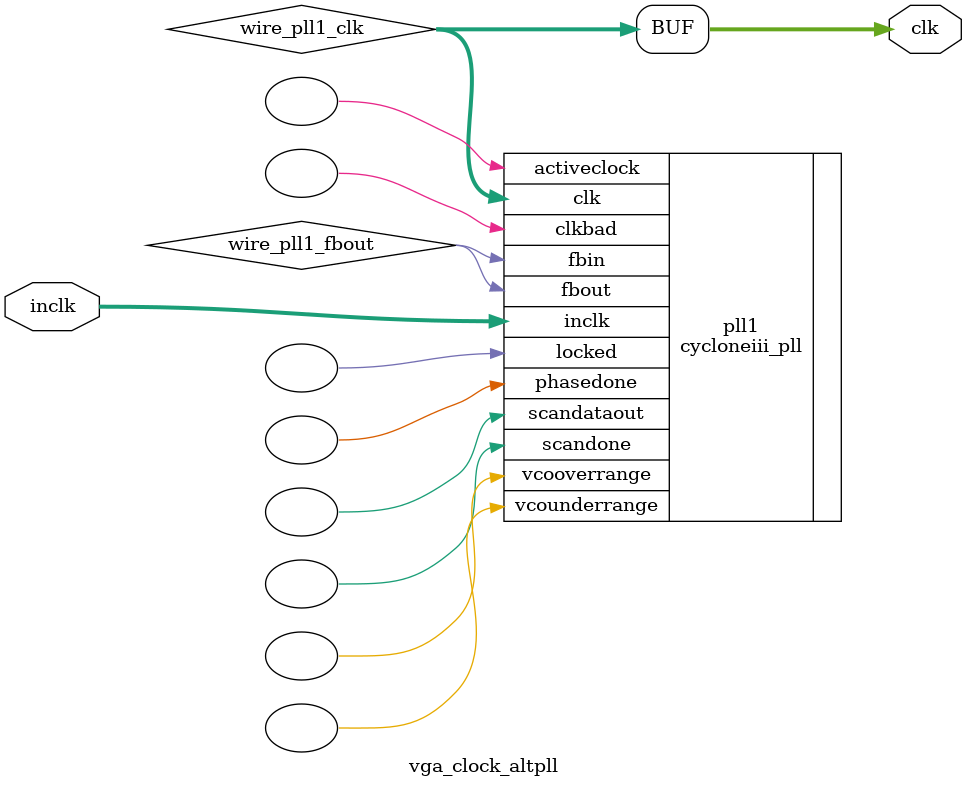
<source format=v>






//synthesis_resources = cycloneiii_pll 1 
//synopsys translate_off
`timescale 1 ps / 1 ps
//synopsys translate_on
module  vga_clock_altpll
	( 
	clk,
	inclk) /* synthesis synthesis_clearbox=1 */;
	output   [4:0]  clk;
	input   [1:0]  inclk;
`ifndef ALTERA_RESERVED_QIS
// synopsys translate_off
`endif
	tri0   [1:0]  inclk;
`ifndef ALTERA_RESERVED_QIS
// synopsys translate_on
`endif

	wire  [4:0]   wire_pll1_clk;
	wire  wire_pll1_fbout;

	cycloneiii_pll   pll1
	( 
	.activeclock(),
	.clk(wire_pll1_clk),
	.clkbad(),
	.fbin(wire_pll1_fbout),
	.fbout(wire_pll1_fbout),
	.inclk(inclk),
	.locked(),
	.phasedone(),
	.scandataout(),
	.scandone(),
	.vcooverrange(),
	.vcounderrange()
	`ifndef FORMAL_VERIFICATION
	// synopsys translate_off
	`endif
	,
	.areset(1'b0),
	.clkswitch(1'b0),
	.configupdate(1'b0),
	.pfdena(1'b1),
	.phasecounterselect({3{1'b0}}),
	.phasestep(1'b0),
	.phaseupdown(1'b0),
	.scanclk(1'b0),
	.scanclkena(1'b1),
	.scandata(1'b0)
	`ifndef FORMAL_VERIFICATION
	// synopsys translate_on
	`endif
	);
	defparam
		pll1.bandwidth_type = "auto",
		pll1.clk0_divide_by = 2000,
		pll1.clk0_duty_cycle = 50,
		pll1.clk0_multiply_by = 1007,
		pll1.clk0_phase_shift = "0",
		pll1.compensate_clock = "clk0",
		pll1.inclk0_input_frequency = 20000,
		pll1.operation_mode = "normal",
		pll1.pll_type = "auto",
		pll1.lpm_type = "cycloneiii_pll";
	assign
		clk = {wire_pll1_clk[4:0]};
endmodule //vga_clock_altpll
//VALID FILE

</source>
